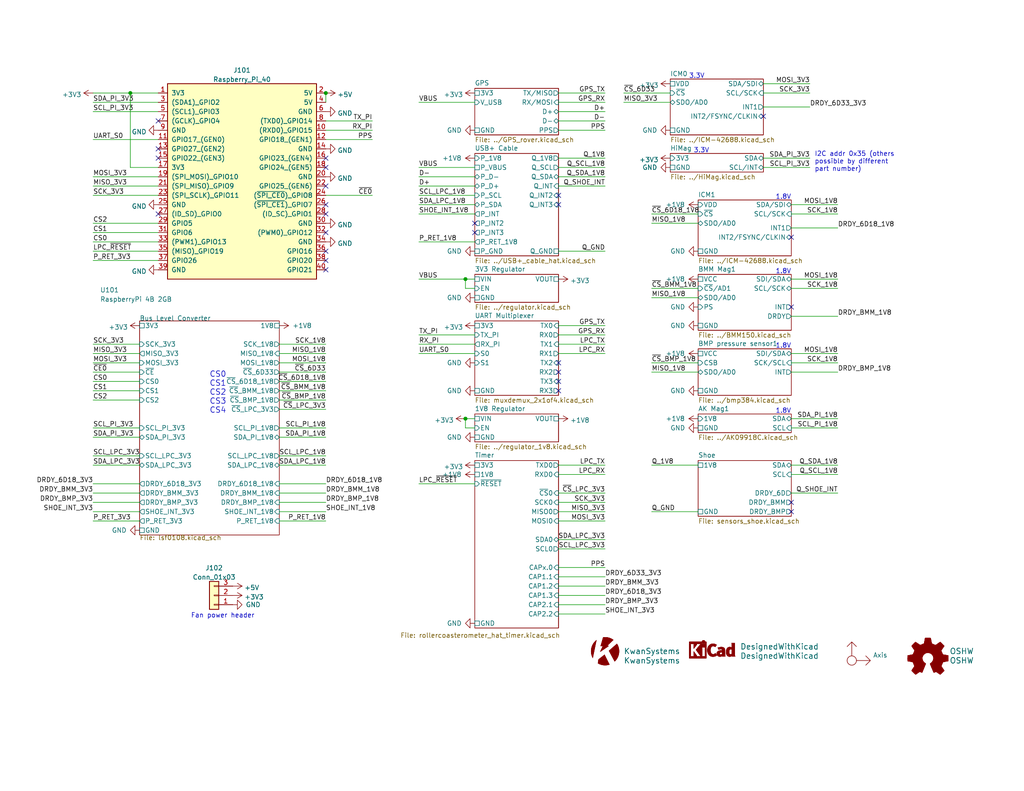
<source format=kicad_sch>
(kicad_sch (version 20211123) (generator eeschema)
  (paper "USLetter")
  (title_block (title "Rollercoasterometer") (date "2022-10-07") (company "Kwan Systems"))
  (lib_symbols
    (symbol "Connector_Generic:Conn_01x03" (pin_names (offset 1.016) hide)
      (property "Reference" "J" (at 0 5.08 0))
      (property "Value" "Conn_01x03" (at 0 -5.08 0))
      (symbol "Conn_01x03_1_1"
        (pin passive line (at -5.08 2.54 0) (length 3.81) (name "Pin_1") (number "1"))
        (pin passive line (at -5.08 0 0) (length 3.81) (name "Pin_2") (number "2"))
        (pin passive line (at -5.08 -2.54 0) (length 3.81) (name "Pin_3") (number "3"))
      )
    )
    (symbol "KwanSystems:Axis" (in_bom no)
      (property "Value" "Axis" (at 0 -2.54 0))
    )
    (symbol "KwanSystems:DesignedWithKicad" (pin_names (offset 1.016)) (in_bom no)
      (property "Value" "DesignedWithKicad" (at 3.81 -2.54 0))
    )
    (symbol "KwanSystems:KwanSystems" (pin_names (offset 1.016)) (in_bom no)
      (property "Value" "KwanSystems" (at 0 -5.08 0))
    )
    (symbol "KwanSystems:OSHW" (pin_names (offset 1.016)) (in_bom no)
      (property "Value" "OSHW" (at 10.16 1.27 0))
    )
    (symbol "KwanSystems:Raspberry_Pi_40" (pin_names (offset 1.016))
      (property "Reference" "J" (at 25.4 -27.94 0))
      (property "Value" "Raspberry_Pi_40" (at -12.7 33.02 0))
      (symbol "Raspberry_Pi_40_1_1"
        (pin power_out line (at -22.86 27.94 0) (length 2.54) (name "3V3") (number "1"))
        (pin bidirectional line (at 22.86 17.78 180) (length 2.54) (name "(RXD0)_GPIO15") (number "10"))
        (pin bidirectional line (at -22.86 15.24 0) (length 2.54) (name "GPIO17_(GEN0)") (number "11"))
        (pin bidirectional line (at 22.86 15.24 180) (length 2.54) (name "GPIO18_(GEN1)") (number "12"))
        (pin bidirectional line (at -22.86 12.7 0) (length 2.54) (name "GPIO27_(GEN2)") (number "13"))
        (pin passive line (at 22.86 12.7 180) (length 2.54) (name "GND") (number "14"))
        (pin bidirectional line (at -22.86 10.16 0) (length 2.54) (name "GPIO22_(GEN3)") (number "15"))
        (pin bidirectional line (at 22.86 10.16 180) (length 2.54) (name "GPIO23_(GEN4)") (number "16"))
        (pin power_out line (at -22.86 7.62 0) (length 2.54) (name "3V3") (number "17"))
        (pin bidirectional line (at 22.86 7.62 180) (length 2.54) (name "GPIO24_(GEN5)") (number "18"))
        (pin bidirectional line (at -22.86 5.08 0) (length 2.54) (name "(SPI_MOSI)_GPIO10") (number "19"))
        (pin passive line (at 22.86 27.94 180) (length 2.54) (name "5V") (number "2"))
        (pin passive line (at 22.86 5.08 180) (length 2.54) (name "GND") (number "20"))
        (pin bidirectional line (at -22.86 2.54 0) (length 2.54) (name "(SPI_MISO)_GPIO9") (number "21"))
        (pin bidirectional line (at 22.86 2.54 180) (length 2.54) (name "GPIO25_(GEN6)") (number "22"))
        (pin bidirectional line (at -22.86 0 0) (length 2.54) (name "(SPI_SCLK)_GPIO11") (number "23"))
        (pin bidirectional line (at 22.86 0 180) (length 2.54) (name "(~{SPI_CE0})_GPIO8") (number "24"))
        (pin passive line (at -22.86 -2.54 0) (length 2.54) (name "GND") (number "25"))
        (pin bidirectional line (at 22.86 -2.54 180) (length 2.54) (name "(~{SPI_CE1})_GPIO7") (number "26"))
        (pin bidirectional line (at -22.86 -5.08 0) (length 2.54) (name "(ID_SD)_GPIO0") (number "27"))
        (pin bidirectional line (at 22.86 -5.08 180) (length 2.54) (name "(ID_SC)_GPIO1") (number "28"))
        (pin bidirectional line (at -22.86 -7.62 0) (length 2.54) (name "GPIO5") (number "29"))
        (pin bidirectional line (at -22.86 25.4 0) (length 2.54) (name "(SDA1)_GPIO2") (number "3"))
        (pin passive line (at 22.86 -7.62 180) (length 2.54) (name "GND") (number "30"))
        (pin bidirectional line (at -22.86 -10.16 0) (length 2.54) (name "GPIO6") (number "31"))
        (pin bidirectional line (at 22.86 -10.16 180) (length 2.54) (name "(PWM0)_GPIO12") (number "32"))
        (pin bidirectional line (at -22.86 -12.7 0) (length 2.54) (name "(PWM1)_GPIO13") (number "33"))
        (pin passive line (at 22.86 -12.7 180) (length 2.54) (name "GND") (number "34"))
        (pin bidirectional line (at -22.86 -15.24 0) (length 2.54) (name "(MISO)_GPIO19") (number "35"))
        (pin bidirectional line (at 22.86 -15.24 180) (length 2.54) (name "GPIO16") (number "36"))
        (pin bidirectional line (at -22.86 -17.78 0) (length 2.54) (name "GPIO26") (number "37"))
        (pin bidirectional line (at 22.86 -17.78 180) (length 2.54) (name "GPIO20") (number "38"))
        (pin passive line (at -22.86 -20.32 0) (length 2.54) (name "GND") (number "39"))
        (pin passive line (at 22.86 25.4 180) (length 2.54) (name "5V") (number "4"))
        (pin bidirectional line (at 22.86 -20.32 180) (length 2.54) (name "GPIO21") (number "40"))
        (pin bidirectional line (at -22.86 22.86 0) (length 2.54) (name "(SCL1)_GPIO3") (number "5"))
        (pin passive line (at 22.86 22.86 180) (length 2.54) (name "GND") (number "6"))
        (pin bidirectional line (at -22.86 20.32 0) (length 2.54) (name "(GCLK)_GPIO4") (number "7"))
        (pin bidirectional line (at 22.86 20.32 180) (length 2.54) (name "(TXD0)_GPIO14") (number "8"))
        (pin passive line (at -22.86 17.78 0) (length 2.54) (name "GND") (number "9"))
      )
    )
    (symbol "KwanSystems:RaspberyPi_2+_Backplane" (pin_names (offset 1.016))
      (property "Reference" "J" (at 0 -2.54 0))
      (property "Value" "RaspberyPi_2+_Backplane" (at 0 0 0))
    )
    (symbol "power:+1V8" (power) (pin_names (offset 0))
      (property "Value" "+1V8" (at 0 3.556 0))
      (symbol "+1V8_1_1"
        (pin power_in line (at 0 0 90) (length 0) hide (name "+1V8") (number "1"))
      )
    )
    (symbol "power:+3V3" (power) (pin_names (offset 0))
      (property "Value" "+3V3" (at 0 3.556 0))
      (symbol "+3V3_1_1"
        (pin power_in line (at 0 0 90) (length 0) hide (name "+3V3") (number "1"))
      )
    )
    (symbol "power:+5V" (power) (pin_names (offset 0))
      (property "Value" "+5V" (at 0 3.556 0))
      (symbol "+5V_1_1"
        (pin power_in line (at 0 0 90) (length 0) hide (name "+5V") (number "1"))
      )
    )
    (symbol "power:GND" (power) (pin_names (offset 0))
      (property "Value" "GND" (at 0 -3.81 0))
      (symbol "GND_1_1"
        (pin power_in line (at 0 0 270) (length 0) hide (name "GND") (number "1"))
      )
    )
  )
  (junction (at 127 76.2))
  (junction (at 127 114.3))
  (junction (at 35.56 25.4))
  (junction (at 88.9 25.4))
  (no_connect (at 88.9 55.88))
  (no_connect (at 88.9 58.42))
  (no_connect (at 88.9 63.5))
  (no_connect (at 88.9 43.18))
  (no_connect (at 88.9 45.72))
  (no_connect (at 88.9 50.8))
  (no_connect (at 88.9 68.58))
  (no_connect (at 88.9 71.12))
  (no_connect (at 88.9 73.66))
  (no_connect (at 208.28 31.75))
  (no_connect (at 152.4 104.14))
  (no_connect (at 152.4 106.68))
  (no_connect (at 152.4 99.06))
  (no_connect (at 152.4 101.6))
  (no_connect (at 215.9 64.77))
  (no_connect (at 43.18 58.42))
  (no_connect (at 43.18 43.18))
  (no_connect (at 43.18 40.64))
  (no_connect (at 215.9 83.82))
  (no_connect (at 43.18 33.02))
  (no_connect (at 215.9 137.16))
  (no_connect (at 215.9 139.7))
  (no_connect (at 152.4 53.34))
  (no_connect (at 152.4 55.88))
  (no_connect (at 129.54 63.5))
  (no_connect (at 129.54 60.96))
  (wire (pts (xy 25.4 134.62) (xy 38.1 134.62)))
  (wire (pts (xy 114.3 93.98) (xy 129.54 93.98)))
  (wire (pts (xy 76.2 111.76) (xy 88.9 111.76)))
  (wire (pts (xy 35.56 25.4) (xy 43.18 25.4)))
  (wire (pts (xy 215.9 129.54) (xy 228.6 129.54)))
  (wire (pts (xy 152.4 27.94) (xy 165.1 27.94)))
  (wire (pts (xy 177.8 99.06) (xy 190.5 99.06)))
  (wire (pts (xy 25.4 53.34) (xy 43.18 53.34)))
  (wire (pts (xy 152.4 91.44) (xy 165.1 91.44)))
  (wire (pts (xy 114.3 96.52) (xy 129.54 96.52)))
  (wire (pts (xy 152.4 129.54) (xy 165.1 129.54)))
  (wire (pts (xy 114.3 27.94) (xy 129.54 27.94)))
  (wire (pts (xy 76.2 93.98) (xy 88.9 93.98)))
  (wire (pts (xy 215.9 62.23) (xy 228.6 62.23)))
  (wire (pts (xy 114.3 53.34) (xy 129.54 53.34)))
  (wire (pts (xy 25.4 109.22) (xy 38.1 109.22)))
  (wire (pts (xy 88.9 53.34) (xy 101.6 53.34)))
  (wire (pts (xy 88.9 25.4) (xy 88.9 27.94)))
  (wire (pts (xy 152.4 30.48) (xy 165.1 30.48)))
  (wire (pts (xy 43.18 45.72) (xy 35.56 45.72)))
  (wire (pts (xy 177.8 127) (xy 190.5 127)))
  (wire (pts (xy 215.9 96.52) (xy 228.6 96.52)))
  (wire (pts (xy 25.4 142.24) (xy 38.1 142.24)))
  (wire (pts (xy 152.4 33.02) (xy 165.1 33.02)))
  (wire (pts (xy 152.4 25.4) (xy 165.1 25.4)))
  (wire (pts (xy 215.9 101.6) (xy 228.6 101.6)))
  (wire (pts (xy 127 114.3) (xy 129.54 114.3)))
  (wire (pts (xy 25.4 106.68) (xy 38.1 106.68)))
  (wire (pts (xy 177.8 139.7) (xy 190.5 139.7)))
  (wire (pts (xy 25.4 63.5) (xy 43.18 63.5)))
  (wire (pts (xy 208.28 45.72) (xy 220.98 45.72)))
  (wire (pts (xy 152.4 147.32) (xy 165.1 147.32)))
  (wire (pts (xy 88.9 33.02) (xy 101.6 33.02)))
  (wire (pts (xy 76.2 101.6) (xy 88.9 101.6)))
  (wire (pts (xy 215.9 116.84) (xy 228.6 116.84)))
  (wire (pts (xy 25.4 119.38) (xy 38.1 119.38)))
  (wire (pts (xy 152.4 157.48) (xy 165.1 157.48)))
  (wire (pts (xy 127 78.74) (xy 129.54 78.74)))
  (wire (pts (xy 152.4 139.7) (xy 165.1 139.7)))
  (wire (pts (xy 152.4 45.72) (xy 165.1 45.72)))
  (wire (pts (xy 152.4 167.64) (xy 165.1 167.64)))
  (wire (pts (xy 25.4 25.4) (xy 35.56 25.4)))
  (wire (pts (xy 76.2 137.16) (xy 88.9 137.16)))
  (wire (pts (xy 114.3 66.04) (xy 129.54 66.04)))
  (wire (pts (xy 127 76.2) (xy 129.54 76.2)))
  (wire (pts (xy 208.28 43.18) (xy 220.98 43.18)))
  (wire (pts (xy 76.2 132.08) (xy 88.9 132.08)))
  (wire (pts (xy 152.4 154.94) (xy 165.1 154.94)))
  (wire (pts (xy 25.4 101.6) (xy 38.1 101.6)))
  (wire (pts (xy 76.2 119.38) (xy 88.9 119.38)))
  (wire (pts (xy 25.4 93.98) (xy 38.1 93.98)))
  (wire (pts (xy 25.4 71.12) (xy 43.18 71.12)))
  (wire (pts (xy 215.9 86.36) (xy 228.6 86.36)))
  (wire (pts (xy 25.4 27.94) (xy 43.18 27.94)))
  (wire (pts (xy 76.2 99.06) (xy 88.9 99.06)))
  (wire (pts (xy 114.3 45.72) (xy 129.54 45.72)))
  (wire (pts (xy 215.9 58.42) (xy 228.6 58.42)))
  (wire (pts (xy 25.4 66.04) (xy 43.18 66.04)))
  (wire (pts (xy 215.9 55.88) (xy 228.6 55.88)))
  (wire (pts (xy 25.4 30.48) (xy 43.18 30.48)))
  (wire (pts (xy 114.3 50.8) (xy 129.54 50.8)))
  (wire (pts (xy 152.4 162.56) (xy 165.1 162.56)))
  (wire (pts (xy 88.9 35.56) (xy 101.6 35.56)))
  (wire (pts (xy 127 114.3) (xy 127 116.84)))
  (wire (pts (xy 215.9 76.2) (xy 228.6 76.2)))
  (wire (pts (xy 114.3 58.42) (xy 129.54 58.42)))
  (wire (pts (xy 76.2 134.62) (xy 88.9 134.62)))
  (wire (pts (xy 152.4 134.62) (xy 165.1 134.62)))
  (wire (pts (xy 76.2 124.46) (xy 88.9 124.46)))
  (wire (pts (xy 25.4 132.08) (xy 38.1 132.08)))
  (wire (pts (xy 177.8 58.42) (xy 190.5 58.42)))
  (wire (pts (xy 114.3 132.08) (xy 129.54 132.08)))
  (wire (pts (xy 152.4 127) (xy 165.1 127)))
  (wire (pts (xy 152.4 43.18) (xy 165.1 43.18)))
  (wire (pts (xy 25.4 137.16) (xy 38.1 137.16)))
  (wire (pts (xy 25.4 139.7) (xy 38.1 139.7)))
  (wire (pts (xy 76.2 96.52) (xy 88.9 96.52)))
  (wire (pts (xy 152.4 35.56) (xy 165.1 35.56)))
  (wire (pts (xy 215.9 78.74) (xy 228.6 78.74)))
  (wire (pts (xy 152.4 137.16) (xy 165.1 137.16)))
  (wire (pts (xy 152.4 165.1) (xy 165.1 165.1)))
  (wire (pts (xy 76.2 104.14) (xy 88.9 104.14)))
  (wire (pts (xy 25.4 127) (xy 38.1 127)))
  (wire (pts (xy 190.5 78.74) (xy 177.8 78.74)))
  (wire (pts (xy 25.4 68.58) (xy 43.18 68.58)))
  (wire (pts (xy 215.9 127) (xy 228.6 127)))
  (wire (pts (xy 25.4 38.1) (xy 43.18 38.1)))
  (wire (pts (xy 215.9 99.06) (xy 228.6 99.06)))
  (wire (pts (xy 76.2 109.22) (xy 88.9 109.22)))
  (wire (pts (xy 114.3 76.2) (xy 127 76.2)))
  (wire (pts (xy 152.4 93.98) (xy 165.1 93.98)))
  (wire (pts (xy 76.2 127) (xy 88.9 127)))
  (wire (pts (xy 25.4 60.96) (xy 43.18 60.96)))
  (wire (pts (xy 215.9 114.3) (xy 228.6 114.3)))
  (wire (pts (xy 25.4 96.52) (xy 38.1 96.52)))
  (wire (pts (xy 25.4 99.06) (xy 38.1 99.06)))
  (wire (pts (xy 208.28 22.86) (xy 220.98 22.86)))
  (wire (pts (xy 25.4 50.8) (xy 43.18 50.8)))
  (wire (pts (xy 114.3 48.26) (xy 129.54 48.26)))
  (wire (pts (xy 170.18 27.94) (xy 182.88 27.94)))
  (wire (pts (xy 152.4 142.24) (xy 165.1 142.24)))
  (wire (pts (xy 152.4 68.58) (xy 165.1 68.58)))
  (wire (pts (xy 76.2 142.24) (xy 88.9 142.24)))
  (wire (pts (xy 127 76.2) (xy 127 78.74)))
  (wire (pts (xy 208.28 29.21) (xy 220.98 29.21)))
  (wire (pts (xy 25.4 104.14) (xy 38.1 104.14)))
  (wire (pts (xy 25.4 48.26) (xy 43.18 48.26)))
  (wire (pts (xy 152.4 50.8) (xy 165.1 50.8)))
  (wire (pts (xy 152.4 96.52) (xy 165.1 96.52)))
  (wire (pts (xy 76.2 106.68) (xy 88.9 106.68)))
  (wire (pts (xy 127 116.84) (xy 129.54 116.84)))
  (wire (pts (xy 152.4 160.02) (xy 165.1 160.02)))
  (wire (pts (xy 215.9 134.62) (xy 228.6 134.62)))
  (wire (pts (xy 114.3 55.88) (xy 129.54 55.88)))
  (wire (pts (xy 170.18 25.4) (xy 182.88 25.4)))
  (wire (pts (xy 152.4 88.9) (xy 165.1 88.9)))
  (wire (pts (xy 76.2 116.84) (xy 88.9 116.84)))
  (wire (pts (xy 152.4 149.86) (xy 165.1 149.86)))
  (wire (pts (xy 177.8 101.6) (xy 190.5 101.6)))
  (wire (pts (xy 152.4 48.26) (xy 165.1 48.26)))
  (wire (pts (xy 76.2 139.7) (xy 88.9 139.7)))
  (wire (pts (xy 177.8 81.28) (xy 190.5 81.28)))
  (wire (pts (xy 35.56 25.4) (xy 35.56 45.72)))
  (wire (pts (xy 25.4 124.46) (xy 38.1 124.46)))
  (wire (pts (xy 88.9 38.1) (xy 101.6 38.1)))
  (wire (pts (xy 208.28 25.4) (xy 220.98 25.4)))
  (wire (pts (xy 25.4 116.84) (xy 38.1 116.84)))
  (wire (pts (xy 177.8 60.96) (xy 190.5 60.96)))
  (wire (pts (xy 114.3 91.44) (xy 129.54 91.44)))
  (text "3.3V" (at 187.96 21.59 0) (effects (font (size 1.27 1.27)) (justify left bottom)))
  (text "3.3V" (at 189.23 41.91 0) (effects (font (size 1.27 1.27)) (justify left bottom)))
  (text "1.8V" (at 215.9 74.93 180) (effects (font (size 1.27 1.27)) (justify right bottom)))
  (text "Fan power header" (at 52.07 168.91 0) (effects (font (size 1.27 1.27)) (justify left bottom)))
  (text "I2C addr 0x35 (others\npossible by different\npart number)" (at 222.25 46.99 0) (effects (font (size 1.27 1.27)) (justify left bottom)))
  (text "1.8V" (at 215.9 54.61 180) (effects (font (size 1.27 1.27)) (justify right bottom)))
  (text "1.8V" (at 215.9 113.03 180) (effects (font (size 1.27 1.27)) (justify right bottom)))
  (text "CS0\nCS1\nCS2\nCS3\nCS4" (at 57.15 113.03 0) (effects (font (size 1.524 1.524)) (justify left bottom)))
  (text "1.8V" (at 215.9 95.25 180) (effects (font (size 1.27 1.27)) (justify right bottom)))
  (label "SCL_LPC_1V8" (at 114.3 53.34 0))
  (label "SCL_PI_1V8" (at 88.9 116.84 180))
  (label "VBUS" (at 114.3 27.94 0))
  (label "Q_1V8" (at 177.8 127 0))
  (label "SCL_LPC_1V8" (at 88.9 124.46 180))
  (label "UART_S0" (at 25.4 38.1 0))
  (label "Q_GND" (at 177.8 139.7 0))
  (label "SCK_1V8" (at 88.9 93.98 180))
  (label "RX_PI" (at 101.6 35.56 180))
  (label "CS1" (at 25.4 106.68 0))
  (label "MOSI_3V3" (at 25.4 48.26 0))
  (label "SDA_LPC_1V8" (at 114.3 55.88 0))
  (label "SDA_PI_1V8" (at 228.6 114.3 180))
  (label "MOSI_1V8" (at 228.6 76.2 180))
  (label "P_RET_3V3" (at 25.4 71.12 0))
  (label "P_RET_1V8" (at 88.9 142.24 180))
  (label "Q_SHOE_INT" (at 228.6 134.62 180))
  (label "DRDY_BMP_3V3" (at 25.4 137.16 180))
  (label "RX_PI" (at 114.3 93.98 0))
  (label "GPS_RX" (at 165.1 91.44 180))
  (label "UART_S0" (at 114.3 96.52 0))
  (label "~{CS}_BMM_1V8" (at 177.8 78.74 0))
  (label "MISO_1V8" (at 177.8 60.96 0))
  (label "Q_SDA_1V8" (at 165.1 48.26 180))
  (label "DRDY_6D18_1V8" (at 88.9 132.08 0))
  (label "LPC_~{RESET}" (at 25.4 68.58 0))
  (label "D+" (at 165.1 30.48 180))
  (label "DRDY_6D33_3V3" (at 220.98 29.21 0))
  (label "DRDY_BMP_3V3" (at 165.1 165.1 0))
  (label "MOSI_1V8" (at 228.6 96.52 180))
  (label "MISO_3V3" (at 170.18 27.94 0))
  (label "Q_SHOE_INT" (at 165.1 50.8 180))
  (label "PPS" (at 165.1 154.94 180))
  (label "SCK_3V3" (at 220.98 25.4 180))
  (label "Q_SDA_1V8" (at 228.6 127 180))
  (label "VBUS" (at 114.3 76.2 0))
  (label "~{CS}_LPC_3V3" (at 165.1 134.62 180))
  (label "CS2" (at 25.4 109.22 0))
  (label "DRDY_BMM_3V3" (at 165.1 160.02 0))
  (label "VBUS" (at 114.3 45.72 0))
  (label "MISO_1V8" (at 177.8 81.28 0))
  (label "LPC_RX" (at 165.1 129.54 180))
  (label "LPC_RX" (at 165.1 96.52 180))
  (label "DRDY_BMM_1V8" (at 228.6 86.36 0))
  (label "~{CS}_6D18_1V8" (at 177.8 58.42 0))
  (label "DRDY_6D18_1V8" (at 228.6 62.23 0))
  (label "SCK_3V3" (at 165.1 137.16 180))
  (label "DRDY_6D18_3V3" (at 25.4 132.08 180))
  (label "Q_GND" (at 165.1 68.58 180))
  (label "SCL_PI_3V3" (at 25.4 30.48 0))
  (label "~{CS}_6D33" (at 88.9 101.6 180))
  (label "D-" (at 114.3 48.26 0))
  (label "SCK_3V3" (at 25.4 93.98 0))
  (label "TX_PI" (at 114.3 91.44 0))
  (label "MOSI_1V8" (at 228.6 55.88 180))
  (label "P_RET_1V8" (at 114.3 66.04 0))
  (label "SCL_PI_3V3" (at 25.4 116.84 0))
  (label "CS1" (at 25.4 63.5 0))
  (label "MOSI_3V3" (at 165.1 142.24 180))
  (label "SHOE_INT_1V8" (at 114.3 58.42 0))
  (label "PPS" (at 165.1 35.56 180))
  (label "D-" (at 165.1 33.02 180))
  (label "CS0" (at 25.4 104.14 0))
  (label "D+" (at 114.3 50.8 0))
  (label "LPC_~{RESET}" (at 114.3 132.08 0))
  (label "P_RET_3V3" (at 25.4 142.24 0))
  (label "SHOE_INT_3V3" (at 165.1 167.64 0))
  (label "PPS" (at 101.6 38.1 180))
  (label "MISO_3V3" (at 165.1 139.7 180))
  (label "GPS_TX" (at 165.1 25.4 180))
  (label "DRDY_6D33_3V3" (at 165.1 157.48 0))
  (label "SHOE_INT_1V8" (at 88.9 139.7 0))
  (label "LPC_TX" (at 165.1 93.98 180))
  (label "SDA_PI_3V3" (at 220.98 43.18 180))
  (label "MOSI_1V8" (at 88.9 99.06 180))
  (label "SDA_LPC_3V3" (at 165.1 147.32 180))
  (label "GPS_TX" (at 165.1 88.9 180))
  (label "SCL_LPC_3V3" (at 165.1 149.86 180))
  (label "~{CS}_BMP_1V8" (at 88.9 109.22 180))
  (label "TX_PI" (at 101.6 33.02 180))
  (label "SDA_PI_3V3" (at 25.4 27.94 0))
  (label "SDA_LPC_1V8" (at 88.9 127 180))
  (label "SDA_PI_1V8" (at 88.9 119.38 180))
  (label "SCL_PI_1V8" (at 228.6 116.84 180))
  (label "SDA_LPC_3V3" (at 25.4 127 0))
  (label "MISO_3V3" (at 25.4 50.8 0))
  (label "~{CE0}" (at 25.4 101.6 0))
  (label "Q_SCL_1V8" (at 165.1 45.72 180))
  (label "SCK_1V8" (at 228.6 99.06 180))
  (label "~{CE0}" (at 101.6 53.34 180))
  (label "DRDY_BMP_1V8" (at 228.6 101.6 0))
  (label "SCK_1V8" (at 228.6 58.42 180))
  (label "SCL_PI_3V3" (at 220.98 45.72 180))
  (label "~{CS}_6D33" (at 170.18 25.4 0))
  (label "DRDY_BMM_3V3" (at 25.4 134.62 180))
  (label "Q_1V8" (at 165.1 43.18 180))
  (label "MISO_3V3" (at 25.4 96.52 0))
  (label "CS0" (at 25.4 66.04 0))
  (label "SCL_LPC_3V3" (at 25.4 124.46 0))
  (label "~{CS}_LPC_3V3" (at 88.9 111.76 180))
  (label "LPC_TX" (at 165.1 127 180))
  (label "DRDY_BMP_1V8" (at 88.9 137.16 0))
  (label "SCK_1V8" (at 228.6 78.74 180))
  (label "~{CS}_BMM_1V8" (at 88.9 106.68 180))
  (label "CS2" (at 25.4 60.96 0))
  (label "DRDY_BMM_1V8" (at 88.9 134.62 0))
  (label "~{CS}_6D18_1V8" (at 88.9 104.14 180))
  (label "GPS_RX" (at 165.1 27.94 180))
  (label "SHOE_INT_3V3" (at 25.4 139.7 180))
  (label "Q_SCL_1V8" (at 228.6 129.54 180))
  (label "SDA_PI_3V3" (at 25.4 119.38 0))
  (label "MISO_1V8" (at 177.8 101.6 0))
  (label "SCK_3V3" (at 25.4 53.34 0))
  (label "DRDY_6D18_3V3" (at 165.1 162.56 0))
  (label "MOSI_3V3" (at 220.98 22.86 180))
  (label "MOSI_3V3" (at 25.4 99.06 0))
  (label "~{CS}_BMP_1V8" (at 177.8 99.06 0))
  (label "MISO_1V8" (at 88.9 96.52 180))
  (symbol (lib_id "power:GND") (at 88.9 66.04 90) (unit 1)
    (property "Reference" "#PWR0106" (effects hide))
    (property "Value" "GND" (at 92.075 66.4738 90) (effects (justify right)))
  )
  (symbol (lib_id "KwanSystems:DesignedWithKicad") (at 194.31 179.07 0) (unit 1) (in_bom no)
    (property "Reference" "G103" (effects hide))
    (property "Value" "DesignedWithKicad" (at 201.93 179.07 0) (effects (font (size 1.524 1.524)) (justify left)))
    (property "Footprint" "KwanSystems:Symbol_KiCAD-Logo_CopperAndSilkScreenTop_small" (effects hide))
  )
  (symbol (lib_id "power:+3V3") (at 129.54 25.4 90) (unit 1)
    (property "Reference" "#PWR0101" (effects hide))
    (property "Value" "+3V3" (at 126.365 25.8338 90) (effects (justify left)))
  )
  (symbol (lib_id "power:+1V8") (at 190.5 76.2 90) (unit 1)
    (property "Reference" "#PWR0143" (effects hide))
    (property "Value" "+1V8" (at 181.61 76.2 90) (effects (justify right)))
  )
  (symbol (lib_id "power:GND") (at 88.9 60.96 90) (unit 1)
    (property "Reference" "#PWR0107" (effects hide))
    (property "Value" "GND" (at 92.075 61.3938 90) (effects (justify right)))
  )
  (symbol (lib_id "KwanSystems:Axis") (at 232.41 180.34 0) (unit 1) (in_bom no)
    (property "Reference" "G101" (effects hide))
    (property "Value" "Axis" (at 238.2012 178.8688 0) (effects (justify left)))
    (property "Footprint" "KwanSystems:Axis" (effects hide))
  )
  (symbol (lib_id "power:GND") (at 190.5 68.58 270) (unit 1)
    (property "Reference" "#PWR0142" (effects hide))
    (property "Value" "GND" (at 182.88 68.58 90) (effects (justify left)))
  )
  (symbol (lib_id "power:+3V3") (at 127 114.3 90) (unit 1)
    (property "Reference" "#PWR0135" (effects hide))
    (property "Value" "+3V3" (at 123.825 114.7338 90) (effects (justify left)))
  )
  (symbol (lib_id "power:GND") (at 88.9 48.26 90) (unit 1)
    (property "Reference" "#PWR0108" (effects hide))
    (property "Value" "GND" (at 92.075 48.6938 90) (effects (justify right)))
  )
  (symbol (lib_id "power:GND") (at 129.54 81.28 270) (unit 1)
    (property "Reference" "#PWR0119" (effects hide))
    (property "Value" "GND" (at 121.92 81.28 90) (effects (justify left)))
  )
  (symbol (lib_id "power:+1V8") (at 152.4 114.3 270) (unit 1)
    (property "Reference" "#PWR0133" (effects hide))
    (property "Value" "+1V8" (at 155.575 114.7338 90) (effects (justify left)))
  )
  (symbol (lib_id "power:+3V3") (at 129.54 127 90) (unit 1)
    (property "Reference" "#PWR0112" (effects hide))
    (property "Value" "+3V3" (at 126.365 127.4338 90) (effects (justify left)))
  )
  (symbol (lib_id "power:+3V3") (at 182.88 43.18 90) (unit 1)
    (property "Reference" "#PWR0138" (effects hide))
    (property "Value" "+3V3" (at 179.705 43.6138 90) (effects (justify left)))
  )
  (symbol (lib_id "KwanSystems:KwanSystems") (at 165.1 177.8 0) (unit 1) (in_bom no)
    (property "Reference" "G105" (effects hide))
    (property "Value" "KwanSystems" (at 170.18 177.8 0) (effects (font (size 1.524 1.524)) (justify left)))
    (property "Footprint" "KwanSystems:StKwansSoldermask" (effects hide))
  )
  (symbol (lib_id "power:GND") (at 129.54 170.18 270) (unit 1)
    (property "Reference" "#PWR0118" (effects hide))
    (property "Value" "GND" (at 121.92 170.18 90) (effects (justify left)))
  )
  (symbol (lib_id "power:GND") (at 129.54 99.06 270) (unit 1)
    (property "Reference" "#PWR0123" (effects hide))
    (property "Value" "GND" (at 121.92 99.06 90) (effects (justify left)))
  )
  (symbol (lib_id "power:GND") (at 43.18 73.66 270) (unit 1)
    (property "Reference" "#PWR0105" (effects hide))
    (property "Value" "GND" (at 40.0051 74.0938 90) (effects (justify right)))
  )
  (symbol (lib_id "power:GND") (at 190.5 83.82 270) (unit 1)
    (property "Reference" "#PWR0144" (effects hide))
    (property "Value" "GND" (at 182.88 83.82 90) (effects (justify left)))
  )
  (symbol (lib_id "power:+3V3") (at 129.54 88.9 90) (unit 1)
    (property "Reference" "#PWR0122" (effects hide))
    (property "Value" "+3V3" (at 126.365 89.3338 90) (effects (justify left)))
  )
  (symbol (lib_id "power:+1V8") (at 190.5 114.3 90) (unit 1)
    (property "Reference" "#PWR0146" (effects hide))
    (property "Value" "+1V8" (at 181.61 114.3 90) (effects (justify right)))
  )
  (symbol (lib_id "power:GND") (at 63.5 165.1 90) (unit 1)
    (property "Reference" "#PWR0126" (effects hide))
    (property "Value" "GND" (at 71.12 165.1 90) (effects (justify left)))
  )
  (symbol (lib_id "power:GND") (at 129.54 35.56 270) (unit 1)
    (property "Reference" "#PWR0113" (effects hide))
    (property "Value" "GND" (at 121.92 35.56 90) (effects (justify left)))
  )
  (symbol (lib_id "power:GND") (at 182.88 45.72 270) (unit 1)
    (property "Reference" "#PWR0137" (effects hide))
    (property "Value" "GND" (at 175.26 45.72 90) (effects (justify left)))
  )
  (symbol (lib_id "power:+3V3") (at 38.1 88.9 90) (unit 1)
    (property "Reference" "#PWR0131" (effects hide))
    (property "Value" "+3V3" (at 34.925 89.3338 90) (effects (justify left)))
  )
  (symbol (lib_id "power:+3V3") (at 63.5 162.56 270) (unit 1)
    (property "Reference" "#PWR0127" (effects hide))
    (property "Value" "+3V3" (at 66.675 162.9938 90) (effects (justify left)))
  )
  (symbol (lib_id "KwanSystems:DesignedWithKicad") (at 194.31 179.07 0) (unit 1) (in_bom no)
    (property "Reference" "G107" (effects hide))
    (property "Value" "DesignedWithKicad" (at 201.93 176.53 0) (effects (font (size 1.524 1.524)) (justify left)))
    (property "Footprint" "KwanSystems:Symbol_KiCAD-Logo_CopperAndSilkScreenTop_small" (effects hide))
  )
  (symbol (lib_id "power:GND") (at 38.1 144.78 270) (unit 1)
    (property "Reference" "#PWR0125" (effects hide))
    (property "Value" "GND" (at 30.48 144.78 90) (effects (justify left)))
  )
  (symbol (lib_id "power:+3V3") (at 182.88 22.86 90) (unit 1)
    (property "Reference" "#PWR0116" (effects hide))
    (property "Value" "+3V3" (at 179.705 23.2938 90) (effects (justify left)))
  )
  (symbol (lib_id "power:GND") (at 129.54 119.38 270) (unit 1)
    (property "Reference" "#PWR0136" (effects hide))
    (property "Value" "GND" (at 121.92 119.38 90) (effects (justify left)))
  )
  (symbol (lib_id "power:+1V8") (at 129.54 43.18 90) (unit 1)
    (property "Reference" "#PWR0134" (effects hide))
    (property "Value" "+1V8" (at 120.65 43.18 90) (effects (justify right)))
  )
  (symbol (lib_id "power:GND") (at 190.5 88.9 270) (unit 1)
    (property "Reference" "#PWR0145" (effects hide))
    (property "Value" "GND" (at 182.88 88.9 90) (effects (justify left)))
  )
  (symbol (lib_id "KwanSystems:Raspberry_Pi_40") (at 66.04 53.34 0) (unit 1)
    (property "Reference" "J101" (at 66.04 19.1602 0))
    (property "Value" "Raspberry_Pi_40" (at 66.04 21.6971 0))
    (property "Footprint" "KwanSystems:PiHAT" (effects hide))
    (property "Digikey" "SSW-120-01-G-D-LL-ND" (effects hide))
  )
  (symbol (lib_id "power:GND") (at 182.88 35.56 270) (unit 1)
    (property "Reference" "#PWR0117" (effects hide))
    (property "Value" "GND" (at 175.26 35.56 90) (effects (justify left)))
  )
  (symbol (lib_id "power:+3V3") (at 152.4 76.2 270) (unit 1)
    (property "Reference" "#PWR0120" (effects hide))
    (property "Value" "+3V3" (at 155.575 76.6338 90) (effects (justify left)))
  )
  (symbol (lib_id "KwanSystems:OSHW") (at 252.73 180.34 0) (unit 1) (in_bom no)
    (property "Reference" "G106" (effects hide))
    (property "Value" "OSHW" (at 259.08 177.8 0) (effects (font (size 1.524 1.524)) (justify left)))
    (property "Footprint" "KwanSystems:OSHW-Symbol_6.7x6mm_SolderMask" (effects hide))
  )
  (symbol (lib_id "power:GND") (at 190.5 106.68 270) (unit 1)
    (property "Reference" "#PWR0140" (effects hide))
    (property "Value" "GND" (at 182.88 106.68 90) (effects (justify left)))
  )
  (symbol (lib_id "power:GND") (at 190.5 116.84 270) (unit 1)
    (property "Reference" "#PWR0147" (effects hide))
    (property "Value" "GND" (at 182.88 116.84 90) (effects (justify left)))
  )
  (symbol (lib_id "KwanSystems:RaspberyPi_2+_Backplane") (at 26.67 80.01 0) (unit 1) (on_board no)
    (property "Reference" "U101" (at 27.305 79.1753 0) (effects (justify left)))
    (property "Value" "RaspberryPi 4B 2GB" (at 27.305 81.7122 0) (effects (justify left)))
    (property "Footprint" "KwanSystems:RaspberryPi_2+" (effects hide))
    (property "Digikey" "2648-RASPBERRYPI4B/2GB-ND" (effects hide))
    (property "Purpose" "Raspberry Pi" (effects hide))
  )
  (symbol (lib_id "power:GND") (at 88.9 40.64 90) (unit 1)
    (property "Reference" "#PWR0109" (effects hide))
    (property "Value" "GND" (at 92.075 41.0738 90) (effects (justify right)))
  )
  (symbol (lib_id "power:+1V8") (at 190.5 96.52 90) (unit 1)
    (property "Reference" "#PWR0139" (effects hide))
    (property "Value" "+1V8" (at 181.61 96.52 90) (effects (justify right)))
  )
  (symbol (lib_id "power:+5V") (at 88.9 25.4 270) (unit 1)
    (property "Reference" "#PWR0111" (effects hide))
    (property "Value" "+5V" (at 92.075 25.8338 90) (effects (justify left)))
  )
  (symbol (lib_id "Connector_Generic:Conn_01x03") (at 58.42 162.56 180) (unit 1) (in_bom no)
    (property "Reference" "J102" (at 58.42 155.0502 0))
    (property "Value" "Conn_01x03" (at 58.42 157.5871 0))
    (property "Footprint" "Connector_PinHeader_2.54mm:PinHeader_1x03_P2.54mm_Horizontal" (effects hide))
    (property "Digikey" "2057-PH1RB-03-UA-ND" (effects hide))
  )
  (symbol (lib_id "power:GND") (at 43.18 35.56 270) (unit 1)
    (property "Reference" "#PWR0103" (effects hide))
    (property "Value" "GND" (at 40.0051 35.9938 90) (effects (justify right)))
  )
  (symbol (lib_id "power:+3V3") (at 25.4 25.4 90) (unit 1)
    (property "Reference" "#PWR0102" (effects hide))
    (property "Value" "+3V3" (at 22.225 25.8338 90) (effects (justify left)))
  )
  (symbol (lib_id "power:+5V") (at 63.5 160.02 270) (unit 1)
    (property "Reference" "#PWR0115" (effects hide))
    (property "Value" "+5V" (at 66.675 160.4538 90) (effects (justify left)))
  )
  (symbol (lib_id "power:GND") (at 43.18 55.88 270) (unit 1)
    (property "Reference" "#PWR0104" (effects hide))
    (property "Value" "GND" (at 40.0051 56.3138 90) (effects (justify right)))
  )
  (symbol (lib_id "KwanSystems:KwanSystems") (at 165.1 177.8 0) (unit 1) (in_bom no)
    (property "Reference" "G102" (effects hide))
    (property "Value" "KwanSystems" (at 170.18 180.34 0) (effects (font (size 1.524 1.524)) (justify left)))
    (property "Footprint" "KwanSystems:StKwansSoldermask" (effects hide))
  )
  (symbol (lib_id "power:GND") (at 129.54 106.68 270) (unit 1)
    (property "Reference" "#PWR0121" (effects hide))
    (property "Value" "GND" (at 121.92 106.68 90) (effects (justify left)))
  )
  (symbol (lib_id "power:GND") (at 88.9 30.48 90) (unit 1)
    (property "Reference" "#PWR0110" (effects hide))
    (property "Value" "GND" (at 92.075 30.9138 90) (effects (justify right)))
  )
  (symbol (lib_id "KwanSystems:OSHW") (at 252.73 180.34 0) (unit 1) (in_bom no)
    (property "Reference" "G104" (effects hide))
    (property "Value" "OSHW" (at 259.08 180.34 0) (effects (font (size 1.524 1.524)) (justify left)))
    (property "Footprint" "KwanSystems:OSHW-Symbol_6.7x6mm_SolderMask" (effects hide))
  )
  (symbol (lib_id "power:+1V8") (at 190.5 55.88 90) (unit 1)
    (property "Reference" "#PWR0141" (effects hide))
    (property "Value" "+1V8" (at 181.61 55.88 90) (effects (justify right)))
  )
  (symbol (lib_id "power:+1V8") (at 76.2 88.9 270) (unit 1)
    (property "Reference" "#PWR0124" (effects hide))
    (property "Value" "+1V8" (at 85.09 88.9 90) (effects (justify right)))
  )
  (symbol (lib_id "power:+1V8") (at 129.54 129.54 90) (unit 1)
    (property "Reference" "#PWR0128" (effects hide))
    (property "Value" "+1V8" (at 120.65 129.54 90) (effects (justify right)))
  )
  (symbol (lib_id "power:GND") (at 129.54 68.58 270) (unit 1)
    (property "Reference" "#PWR0114" (effects hide))
    (property "Value" "GND" (at 121.92 68.58 90) (effects (justify left)))
  )
  (sheet (at 190.5 74.93) (size 25.4 15.24) (stroke (width 0.1524))
    (property "Sheet name" "BMM Mag1" (at 190.5 74.2184 0) (effects (justify left bottom)))
    (property "Sheet file" "../BMM150.kicad_sch" (at 190.5 90.7546 0) (effects (justify left top)))
    (pin "SDO{slash}AD0" bidirectional (at 190.5 81.28 180))
    (pin "SCL{slash}SCK" bidirectional (at 215.9 78.74 0))
    (pin "~{CS}{slash}AD1" input (at 190.5 78.74 180))
    (pin "PS" input (at 190.5 83.82 180))
    (pin "INT" output (at 215.9 83.82 0))
    (pin "DRDY" output (at 215.9 86.36 0))
    (pin "SDI{slash}SDA" bidirectional (at 215.9 76.2 0))
    (pin "VCC" passive (at 190.5 76.2 180))
    (pin "GND" passive (at 190.5 88.9 180))
  )
  (sheet (at 129.54 125.73) (size 22.86 45.72) (stroke (width 0.1524))
    (property "Sheet name" "Timer" (at 129.54 125.0184 0) (effects (justify left bottom)))
    (property "Sheet file" "rollercoasterometer_hat_timer.kicad_sch" (at 109.22 172.72 0) (effects (justify left top)))
    (pin "3V3" passive (at 129.54 127 180))
    (pin "GND" passive (at 129.54 170.18 180))
    (pin "~{RESET}" input (at 129.54 132.08 180))
    (pin "CAPx.0" input (at 152.4 154.94 0))
    (pin "SCL0" output (at 152.4 149.86 0))
    (pin "RXD0" input (at 152.4 129.54 0))
    (pin "SDA0" bidirectional (at 152.4 147.32 0))
    (pin "TXD0" output (at 152.4 127 0))
    (pin "SCK0" input (at 152.4 137.16 0))
    (pin "MISO0" output (at 152.4 139.7 0))
    (pin "MOSI0" input (at 152.4 142.24 0))
    (pin "~{CS}0" input (at 152.4 134.62 0))
    (pin "CAP1.2" input (at 152.4 160.02 0))
    (pin "CAP1.3" input (at 152.4 162.56 0))
    (pin "CAP2.2" input (at 152.4 167.64 0))
    (pin "CAP2.1" input (at 152.4 165.1 0))
    (pin "CAP1.1" input (at 152.4 157.48 0))
    (pin "1V8" passive (at 129.54 129.54 180))
  )
  (sheet (at 190.5 54.61) (size 25.4 15.24) (stroke (width 0.1524))
    (property "Sheet name" "ICM1" (at 190.5 53.8984 0) (effects (justify left bottom)))
    (property "Sheet file" "../ICM-42688.kicad_sch" (at 190.5 70.4346 0) (effects (justify left top)))
    (pin "SDA{slash}SDI" bidirectional (at 215.9 55.88 0))
    (pin "SCL{slash}SCK" input (at 215.9 58.42 0))
    (pin "~{CS}" input (at 190.5 58.42 180))
    (pin "SDO{slash}AD0" bidirectional (at 190.5 60.96 180))
    (pin "INT1" output (at 215.9 62.23 0))
    (pin "GND" passive (at 190.5 68.58 180))
    (pin "INT2{slash}FSYNC{slash}CLKIN" bidirectional (at 215.9 64.77 0))
    (pin "VDD" input (at 190.5 55.88 180))
  )
  (sheet (at 129.54 41.91) (size 22.86 27.94) (stroke (width 0.1524))
    (property "Sheet name" "USB+ Cable" (at 129.54 41.1984 0) (effects (justify left bottom)))
    (property "Sheet file" "../USB+_cable_hat.kicad_sch" (at 129.54 70.4346 0) (effects (justify left top)))
    (pin "Q_SCL" output (at 152.4 45.72 0))
    (pin "Q_SDA" bidirectional (at 152.4 48.26 0))
    (pin "Q_GND" passive (at 152.4 68.58 0))
    (pin "P_INT" output (at 129.54 58.42 180))
    (pin "P_GND" passive (at 129.54 68.58 180))
    (pin "P_SDA" bidirectional (at 129.54 55.88 180))
    (pin "P_SCL" input (at 129.54 53.34 180))
    (pin "P_D+" bidirectional (at 129.54 50.8 180))
    (pin "P_D-" bidirectional (at 129.54 48.26 180))
    (pin "P_VBUS" passive (at 129.54 45.72 180))
    (pin "Q_1V8" output (at 152.4 43.18 0))
    (pin "P_1V8" input (at 129.54 43.18 180))
    (pin "Q_INT" input (at 152.4 50.8 0))
    (pin "Q_INT3" input (at 152.4 55.88 0))
    (pin "Q_INT2" input (at 152.4 53.34 0))
    (pin "P_INT2" output (at 129.54 60.96 180))
    (pin "P_INT3" output (at 129.54 63.5 180))
    (pin "P_RET_1V8" output (at 129.54 66.04 180))
  )
  (sheet (at 182.88 41.91) (size 25.4 5.08) (stroke (width 0.1524))
    (property "Sheet name" "HiMag" (at 182.88 41.1984 0) (effects (justify left bottom)))
    (property "Sheet file" "../HiMag.kicad_sch" (at 182.88 47.5746 0) (effects (justify left top)))
    (pin "SCL{slash}INT" bidirectional (at 208.28 45.72 0))
    (pin "GND" passive (at 182.88 45.72 180))
    (pin "3V3" input (at 182.88 43.18 180))
    (pin "SDA" bidirectional (at 208.28 43.18 0))
  )
  (sheet (at 190.5 113.03) (size 25.4 5.08) (stroke (width 0.1524))
    (property "Sheet name" "AK Mag1" (at 190.5 112.3184 0) (effects (justify left bottom)))
    (property "Sheet file" "../AK09918C.kicad_sch" (at 190.5 118.6946 0) (effects (justify left top)))
    (pin "SDA" bidirectional (at 215.9 114.3 0))
    (pin "SCL" input (at 215.9 116.84 0))
    (pin "1V8" input (at 190.5 114.3 180))
    (pin "GND" passive (at 190.5 116.84 180))
  )
  (sheet (at 129.54 24.13) (size 22.86 12.7) (stroke (width 0.1524))
    (property "Sheet name" "GPS" (at 129.54 23.4184 0) (effects (justify left bottom)))
    (property "Sheet file" "../GPS_rover.kicad_sch" (at 129.54 37.4146 0) (effects (justify left top)))
    (pin "PPS" output (at 152.4 35.56 0))
    (pin "TX{slash}MISO" output (at 152.4 25.4 0))
    (pin "RX{slash}MOSI" input (at 152.4 27.94 0))
    (pin "GND" passive (at 129.54 35.56 180))
    (pin "3V3" passive (at 129.54 25.4 180))
    (pin "D+" bidirectional (at 152.4 30.48 0))
    (pin "D-" bidirectional (at 152.4 33.02 0))
    (pin "V_USB" input (at 129.54 27.94 180))
  )
  (sheet (at 129.54 113.03) (size 22.86 7.62) (stroke (width 0.1524))
    (property "Sheet name" "1V8 Regulator" (at 129.54 112.3184 0) (effects (justify left bottom)))
    (property "Sheet file" "../regulator_1v8.kicad_sch" (at 129.54 121.2346 0) (effects (justify left top)))
    (pin "VOUT" passive (at 152.4 114.3 0))
    (pin "GND" passive (at 129.54 119.38 180))
    (pin "VIN" passive (at 129.54 114.3 180))
    (pin "EN" input (at 129.54 116.84 180))
  )
  (sheet (at 190.5 125.73) (size 25.4 15.24) (stroke (width 0.1524))
    (property "Sheet name" "Shoe" (at 190.5 125.0184 0) (effects (justify left bottom)))
    (property "Sheet file" "sensors_shoe.kicad_sch" (at 190.5 141.5546 0) (effects (justify left top)))
    (pin "GND" passive (at 190.5 139.7 180))
    (pin "1V8" passive (at 190.5 127 180))
    (pin "SDA" bidirectional (at 215.9 127 0))
    (pin "SCL" input (at 215.9 129.54 0))
    (pin "DRDY_6D" output (at 215.9 134.62 0))
    (pin "DRDY_BMM" output (at 215.9 137.16 0))
    (pin "DRDY_BMP" output (at 215.9 139.7 0))
  )
  (sheet (at 190.5 95.25) (size 25.4 12.7) (stroke (width 0.1524))
    (property "Sheet name" "BMP pressure sensor1" (at 190.5 94.5384 0) (effects (justify left bottom)))
    (property "Sheet file" "../bmp384.kicad_sch" (at 190.5 108.5346 0) (effects (justify left top)))
    (pin "VCC" passive (at 190.5 96.52 180))
    (pin "GND" passive (at 190.5 106.68 180))
    (pin "SDO{slash}AD0" bidirectional (at 190.5 101.6 180))
    (pin "SDI{slash}SDA" bidirectional (at 215.9 96.52 0))
    (pin "CSB" input (at 190.5 99.06 180))
    (pin "INT" output (at 215.9 101.6 0))
    (pin "SCK{slash}SCL" input (at 215.9 99.06 0))
  )
  (sheet (at 182.88 21.59) (size 25.4 15.24) (stroke (width 0.1524))
    (property "Sheet name" "ICM0" (at 182.88 20.8784 0) (effects (justify left bottom)))
    (property "Sheet file" "../ICM-42688.kicad_sch" (at 182.88 37.4146 0) (effects (justify left top)))
    (pin "SDA{slash}SDI" bidirectional (at 208.28 22.86 0))
    (pin "SCL{slash}SCK" input (at 208.28 25.4 0))
    (pin "~{CS}" input (at 182.88 25.4 180))
    (pin "SDO{slash}AD0" bidirectional (at 182.88 27.94 180))
    (pin "INT1" output (at 208.28 29.21 0))
    (pin "GND" passive (at 182.88 35.56 180))
    (pin "INT2{slash}FSYNC{slash}CLKIN" bidirectional (at 208.28 31.75 0))
    (pin "VDD" passive (at 182.88 22.86 180))
  )
  (sheet (at 129.54 87.63) (size 22.86 20.32) (stroke (width 0.1524))
    (property "Sheet name" "UART Multiplexer" (at 129.54 86.9184 0) (effects (justify left bottom)))
    (property "Sheet file" "muxdemux_2x1of4.kicad_sch" (at 129.54 108.5346 0) (effects (justify left top)))
    (pin "RX_PI" output (at 129.54 93.98 180))
    (pin "TX_PI" input (at 129.54 91.44 180))
    (pin "3V3" passive (at 129.54 88.9 180))
    (pin "TX0" input (at 152.4 88.9 0))
    (pin "TX2" input (at 152.4 99.06 0))
    (pin "TX1" input (at 152.4 93.98 0))
    (pin "TX3" input (at 152.4 104.14 0))
    (pin "RX0" output (at 152.4 91.44 0))
    (pin "RX1" output (at 152.4 96.52 0))
    (pin "RX2" output (at 152.4 101.6 0))
    (pin "RX3" output (at 152.4 106.68 0))
    (pin "GND" passive (at 129.54 106.68 180))
    (pin "S0" input (at 129.54 96.52 180))
    (pin "S1" input (at 129.54 99.06 180))
  )
  (sheet (at 129.54 74.93) (size 22.86 7.62) (stroke (width 0.1524))
    (property "Sheet name" "3V3 Regulator" (at 129.54 74.2184 0) (effects (justify left bottom)))
    (property "Sheet file" "../regulator.kicad_sch" (at 129.54 83.1346 0) (effects (justify left top)))
    (pin "GND" passive (at 129.54 81.28 180))
    (pin "VIN" passive (at 129.54 76.2 180))
    (pin "EN" input (at 129.54 78.74 180))
    (pin "VOUT" passive (at 152.4 76.2 0))
  )
  (sheet (at 38.1 87.63) (size 38.1 58.42) (stroke (width 0.1524))
    (property "Sheet name" "Bus Level Converter" (at 38.1 87.63 0) (effects (justify left bottom)))
    (property "Sheet file" "lsf0108.kicad_sch" (at 38.1 146.05 0) (effects (justify left top)))
    (pin "MISO_3V3" output (at 38.1 96.52 180))
    (pin "SCL_PI_3V3" input (at 38.1 116.84 180))
    (pin "SCK_3V3" input (at 38.1 93.98 180))
    (pin "MOSI_3V3" input (at 38.1 99.06 180))
    (pin "SDA_PI_3V3" bidirectional (at 38.1 119.38 180))
    (pin "GND" passive (at 38.1 144.78 180))
    (pin "~{CE}" input (at 38.1 101.6 180))
    (pin "3V3" passive (at 38.1 88.9 180))
    (pin "~{CS}_6D33" output (at 76.2 101.6 0))
    (pin "MISO_1V8" input (at 76.2 96.52 0))
    (pin "MOSI_1V8" output (at 76.2 99.06 0))
    (pin "SCK_1V8" output (at 76.2 93.98 0))
    (pin "~{CS}_6D18_1V8" output (at 76.2 104.14 0))
    (pin "~{CS}_BMM_1V8" output (at 76.2 106.68 0))
    (pin "SDA_PI_1V8" bidirectional (at 76.2 119.38 0))
    (pin "~{CS}_BMP_1V8" output (at 76.2 109.22 0))
    (pin "SCL_PI_1V8" output (at 76.2 116.84 0))
    (pin "1V8" passive (at 76.2 88.9 0))
    (pin "CS1" input (at 38.1 106.68 180))
    (pin "CS0" input (at 38.1 104.14 180))
    (pin "DRDY_6D18_3V3" output (at 38.1 132.08 180))
    (pin "DRDY_BMM_3V3" output (at 38.1 134.62 180))
    (pin "DRDY_BMP_3V3" output (at 38.1 137.16 180))
    (pin "DRDY_6D18_1V8" input (at 76.2 132.08 0))
    (pin "DRDY_BMM_1V8" input (at 76.2 134.62 0))
    (pin "DRDY_BMP_1V8" input (at 76.2 137.16 0))
    (pin "SDA_LPC_3V3" bidirectional (at 38.1 127 180))
    (pin "SCL_LPC_3V3" input (at 38.1 124.46 180))
    (pin "SDA_LPC_1V8" bidirectional (at 76.2 127 0))
    (pin "SCL_LPC_1V8" output (at 76.2 124.46 0))
    (pin "SHOE_INT_1V8" input (at 76.2 139.7 0))
    (pin "SHOE_INT_3V3" output (at 38.1 139.7 180))
    (pin "~{CS}_LPC_3V3" output (at 76.2 111.76 0))
    (pin "CS2" input (at 38.1 109.22 180))
    (pin "P_RET_3V3" output (at 38.1 142.24 180))
    (pin "P_RET_1V8" input (at 76.2 142.24 0))
  )
)
</source>
